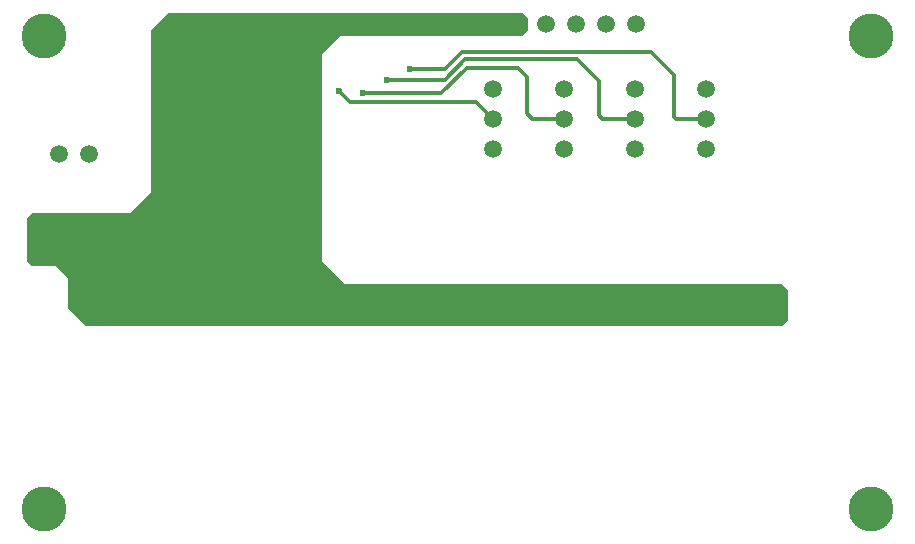
<source format=gbl>
G04*
G04 #@! TF.GenerationSoftware,Altium Limited,Altium Designer,25.6.2 (33)*
G04*
G04 Layer_Physical_Order=2*
G04 Layer_Color=16711680*
%FSLAX44Y44*%
%MOMM*%
G71*
G04*
G04 #@! TF.SameCoordinates,5A2B70AC-5458-4EE4-9834-206D764CF899*
G04*
G04*
G04 #@! TF.FilePolarity,Positive*
G04*
G01*
G75*
%ADD19C,1.5000*%
%ADD21C,0.3000*%
%ADD25C,3.8000*%
%ADD26C,0.6000*%
G36*
X460000Y465000D02*
Y455000D01*
X455000Y450000D01*
X300000D01*
X285000Y435000D01*
Y260000D01*
X305000Y240000D01*
X675000D01*
X680000Y235000D01*
X680000Y210000D01*
X675000Y205000D01*
X85000D01*
X70000Y220000D01*
Y245000D01*
X60000Y255000D01*
X40000D01*
X35000Y260000D01*
Y295000D01*
X40000Y300000D01*
X123000D01*
X140000Y317000D01*
Y455000D01*
X155000Y470000D01*
X455000D01*
X460000Y465000D01*
D02*
G37*
D19*
X62300Y275000D02*
D03*
X87700D02*
D03*
Y350000D02*
D03*
X62300D02*
D03*
X610000Y380000D02*
D03*
X430000Y354600D02*
D03*
Y405400D02*
D03*
Y380000D02*
D03*
X490000Y354600D02*
D03*
Y405400D02*
D03*
Y380000D02*
D03*
X550000Y354600D02*
D03*
Y405400D02*
D03*
Y380000D02*
D03*
X610000Y354600D02*
D03*
Y405400D02*
D03*
X449200Y460000D02*
D03*
X474600D02*
D03*
X500000D02*
D03*
X525400D02*
D03*
X550800D02*
D03*
D21*
X184065Y224935D02*
Y224935D01*
Y224935D02*
X184130Y224870D01*
X299800Y403500D02*
X309000Y394300D01*
X415700D02*
X430000Y380000D01*
X309000Y394300D02*
X415700D01*
X403915Y436500D02*
X563900D01*
X583400Y417000D01*
Y381757D02*
Y417000D01*
Y381757D02*
X585157Y380000D01*
X610000D01*
X406400Y430500D02*
X501000D01*
X519400Y382900D02*
Y412100D01*
X501000Y430500D02*
X519400Y412100D01*
X407585Y423200D02*
X450800D01*
X458500Y384700D02*
Y415500D01*
X450800Y423200D02*
X458500Y415500D01*
X386185Y401800D02*
X407585Y423200D01*
X319900Y401800D02*
X386185D01*
X360100Y422300D02*
X389715D01*
X403915Y436500D01*
X389000Y413100D02*
X406400Y430500D01*
X458500Y384700D02*
X463200Y380000D01*
X360000Y422400D02*
X360100Y422300D01*
X340000Y412700D02*
X340400Y413100D01*
X389000D01*
X519400Y382900D02*
X522300Y380000D01*
X550000D01*
X463200D02*
X490000D01*
D25*
X50000Y450000D02*
D03*
X750000D02*
D03*
X50000Y50000D02*
D03*
X750000D02*
D03*
D26*
X230000Y280000D02*
D03*
X245000D02*
D03*
X260000D02*
D03*
Y295000D02*
D03*
X245000D02*
D03*
X230000D02*
D03*
Y310000D02*
D03*
X245000D02*
D03*
X260000D02*
D03*
X150000Y355000D02*
D03*
Y340000D02*
D03*
Y325000D02*
D03*
Y310000D02*
D03*
X140000Y300000D02*
D03*
Y285000D02*
D03*
X125000D02*
D03*
Y270000D02*
D03*
X110000D02*
D03*
Y285000D02*
D03*
X235000Y425000D02*
D03*
X220000D02*
D03*
X205000D02*
D03*
X190000D02*
D03*
X175000D02*
D03*
X654000Y225000D02*
D03*
Y215000D02*
D03*
X494000Y225000D02*
D03*
Y215000D02*
D03*
X334000Y225000D02*
D03*
X344000D02*
D03*
Y215000D02*
D03*
X194000D02*
D03*
Y225000D02*
D03*
X644000D02*
D03*
X484000D02*
D03*
X184130Y224870D02*
D03*
X360000Y422400D02*
D03*
X340000Y412700D02*
D03*
X319900Y401800D02*
D03*
X299800Y403500D02*
D03*
M02*

</source>
